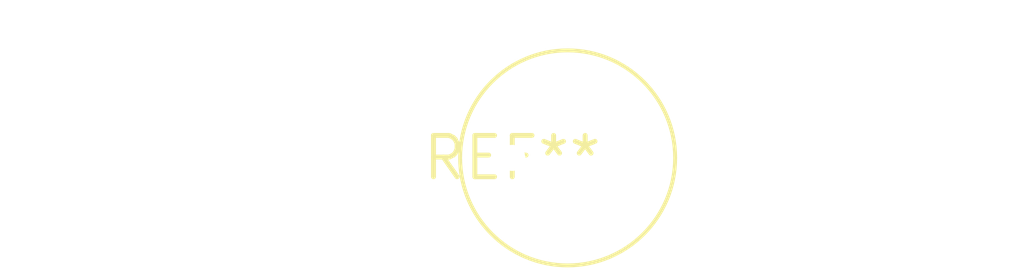
<source format=kicad_pcb>
(kicad_pcb (version 20240108) (generator pcbnew)
  (layers (0 "F.Cu" signal) (31 "B.Cu" signal) (34 "B.Paste" user) (35 "F.Paste" user) (36 "B.SilkS" user "B.Silkscreen") (37 "F.SilkS" user "F.Silkscreen") (38 "B.Mask" user) (39 "F.Mask" user) (44 "Edge.Cuts" user))
  (net 0 "")
  (footprint "R_LDR_D6.4mm_P3.4mm_Vertical" (layer "F.Cu") (at 0 0)
    (property "Reference" "REF**")
    (property "Value" "R_LDR_D6.4mm_P3.4mm_Vertical")
    (fp_circle (center 1.7 0) (end 5 -0.1) (layer "F.SilkS") (stroke (width 0.12)) (fill none))
    (pad "1" thru_hole circle (at 0 0) (size 1.6 1.6) (drill 0.8) (layers *.Cu *.Mask) (remove_unused_layers))
    (pad "2" thru_hole circle (at 3.4 0) (size 1.6 1.6) (drill 0.8) (layers *.Cu *.Mask) (remove_unused_layers))
  )
)
</source>
